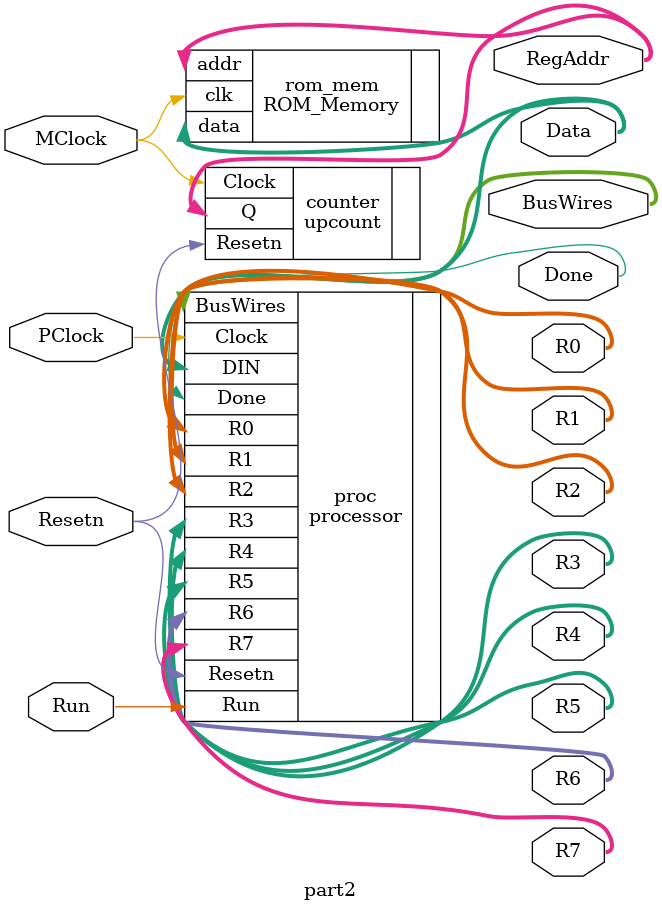
<source format=v>
module part2 (Resetn, Run, MClock, PClock, BusWires, Done, RegAddr, R0, R1, R2, R3, R4, R5, R6, R7, Data);
	input Resetn, Run, MClock, PClock;
	output [8:0]BusWires, R0, R1, R2, R3, R4, R5, R6, R7;
	output Done;
	
	output [4:0]RegAddr;
	output [8:0]Data;
	
//	upcount counter(.Resetn(Resetn), .Clock(MClock), .Q(RegAddr));
////	ROM_IPCatalog rom_mem (.address(RegAddr), .clock(MClock), .q(Data));
//	ROM_Memory rom_mem (.addr(RegAddr), .clk(MClock), .data(Data));
//	
//	processor proc (.DIN(Data), .Resetn(Resetn), .Clock(PClock), .Run(Run), .BusWires(BusWires), .Done(Done));

	upcount counter(.Resetn(Resetn), .Clock(MClock), .Q(RegAddr));
//	ROM_IPCatalog rom_mem (.address(RegAddr), .clock(MClock), .q(Data));
	ROM_Memory rom_mem (.addr(RegAddr), .clk(MClock), .data(Data));
	
	processor proc (.DIN(Data), .Resetn(Resetn), .Clock(PClock), .Run(Run), .BusWires(BusWires), .Done(Done), .R0(R0), .R1(R1), .R2(R2), .R3(R3), .R4(R4), .R5(R5), .R6(R6), .R7(R7));
	
endmodule	
</source>
